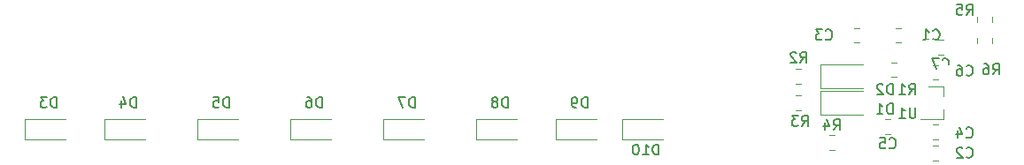
<source format=gbr>
G04 #@! TF.GenerationSoftware,KiCad,Pcbnew,(5.99.0-823-ga085f82be)*
G04 #@! TF.CreationDate,2020-04-11T14:47:26-07:00*
G04 #@! TF.ProjectId,USBtoTTL_Serial,55534274-6f54-4544-9c5f-53657269616c,n/c*
G04 #@! TF.SameCoordinates,Original*
G04 #@! TF.FileFunction,Legend,Bot*
G04 #@! TF.FilePolarity,Positive*
%FSLAX46Y46*%
G04 Gerber Fmt 4.6, Leading zero omitted, Abs format (unit mm)*
G04 Created by KiCad (PCBNEW (5.99.0-823-ga085f82be)) date 2020-04-11 14:47:26*
%MOMM*%
%LPD*%
G04 APERTURE LIST*
%ADD10C,0.120000*%
%ADD11C,0.150000*%
%ADD12C,1.740000*%
%ADD13R,0.900000X1.200000*%
%ADD14R,1.700000X1.700000*%
%ADD15C,1.700000*%
%ADD16C,3.500000*%
%ADD17R,0.900000X0.800000*%
%ADD18C,1.500000*%
%ADD19C,3.200000*%
G04 APERTURE END LIST*
D10*
X171375000Y-109348748D02*
X171375000Y-109871252D01*
X172795000Y-109348748D02*
X172795000Y-109871252D01*
X171375000Y-107298748D02*
X171375000Y-107821252D01*
X172795000Y-107298748D02*
X172795000Y-107821252D01*
X157741252Y-120090000D02*
X157218748Y-120090000D01*
X157741252Y-118670000D02*
X157218748Y-118670000D01*
X137450000Y-119110000D02*
X141350000Y-119110000D01*
X137450000Y-117110000D02*
X141350000Y-117110000D01*
X137450000Y-119110000D02*
X137450000Y-117110000D01*
X131100000Y-119110000D02*
X135000000Y-119110000D01*
X131100000Y-117110000D02*
X135000000Y-117110000D01*
X131100000Y-119110000D02*
X131100000Y-117110000D01*
X123480000Y-119110000D02*
X127380000Y-119110000D01*
X123480000Y-117110000D02*
X127380000Y-117110000D01*
X123480000Y-119110000D02*
X123480000Y-117110000D01*
X114590000Y-119110000D02*
X118490000Y-119110000D01*
X114590000Y-117110000D02*
X118490000Y-117110000D01*
X114590000Y-119110000D02*
X114590000Y-117110000D01*
X105700000Y-119110000D02*
X109600000Y-119110000D01*
X105700000Y-117110000D02*
X109600000Y-117110000D01*
X105700000Y-119110000D02*
X105700000Y-117110000D01*
X96810000Y-119110000D02*
X100710000Y-119110000D01*
X96810000Y-117110000D02*
X100710000Y-117110000D01*
X96810000Y-119110000D02*
X96810000Y-117110000D01*
X87920000Y-119110000D02*
X91820000Y-119110000D01*
X87920000Y-117110000D02*
X91820000Y-117110000D01*
X87920000Y-119110000D02*
X87920000Y-117110000D01*
X80300000Y-119110000D02*
X84200000Y-119110000D01*
X80300000Y-117110000D02*
X84200000Y-117110000D01*
X80300000Y-119110000D02*
X80300000Y-117110000D01*
X164091252Y-109803000D02*
X163568748Y-109803000D01*
X164091252Y-108383000D02*
X163568748Y-108383000D01*
X167647252Y-121106000D02*
X167124748Y-121106000D01*
X167647252Y-119686000D02*
X167124748Y-119686000D01*
X159631748Y-109803000D02*
X160154252Y-109803000D01*
X159631748Y-108383000D02*
X160154252Y-108383000D01*
X167647252Y-117654000D02*
X167124748Y-117654000D01*
X167647252Y-119074000D02*
X167124748Y-119074000D01*
X162552748Y-117146000D02*
X163075252Y-117146000D01*
X162552748Y-118566000D02*
X163075252Y-118566000D01*
X167124748Y-113359000D02*
X167647252Y-113359000D01*
X167124748Y-111939000D02*
X167647252Y-111939000D01*
X167632748Y-110946000D02*
X168155252Y-110946000D01*
X167632748Y-109526000D02*
X168155252Y-109526000D01*
X160477000Y-116705000D02*
X156417000Y-116705000D01*
X156417000Y-116705000D02*
X156417000Y-114435000D01*
X156417000Y-114435000D02*
X160477000Y-114435000D01*
X156417000Y-111895000D02*
X160477000Y-111895000D01*
X156417000Y-114165000D02*
X156417000Y-111895000D01*
X160477000Y-114165000D02*
X156417000Y-114165000D01*
X163710252Y-111685000D02*
X163187748Y-111685000D01*
X163710252Y-113105000D02*
X163187748Y-113105000D01*
X154566252Y-113740000D02*
X154043748Y-113740000D01*
X154566252Y-112320000D02*
X154043748Y-112320000D01*
X154566252Y-114860000D02*
X154043748Y-114860000D01*
X154566252Y-116280000D02*
X154043748Y-116280000D01*
X168146000Y-113990000D02*
X168146000Y-114920000D01*
X168146000Y-117150000D02*
X168146000Y-116220000D01*
X168146000Y-117150000D02*
X165986000Y-117150000D01*
X168146000Y-113990000D02*
X166686000Y-113990000D01*
D11*
X172886666Y-112847380D02*
X173220000Y-112371190D01*
X173458095Y-112847380D02*
X173458095Y-111847380D01*
X173077142Y-111847380D01*
X172981904Y-111895000D01*
X172934285Y-111942619D01*
X172886666Y-112037857D01*
X172886666Y-112180714D01*
X172934285Y-112275952D01*
X172981904Y-112323571D01*
X173077142Y-112371190D01*
X173458095Y-112371190D01*
X172029523Y-111847380D02*
X172220000Y-111847380D01*
X172315238Y-111895000D01*
X172362857Y-111942619D01*
X172458095Y-112085476D01*
X172505714Y-112275952D01*
X172505714Y-112656904D01*
X172458095Y-112752142D01*
X172410476Y-112799761D01*
X172315238Y-112847380D01*
X172124761Y-112847380D01*
X172029523Y-112799761D01*
X171981904Y-112752142D01*
X171934285Y-112656904D01*
X171934285Y-112418809D01*
X171981904Y-112323571D01*
X172029523Y-112275952D01*
X172124761Y-112228333D01*
X172315238Y-112228333D01*
X172410476Y-112275952D01*
X172458095Y-112323571D01*
X172505714Y-112418809D01*
X170346666Y-107132380D02*
X170680000Y-106656190D01*
X170918095Y-107132380D02*
X170918095Y-106132380D01*
X170537142Y-106132380D01*
X170441904Y-106180000D01*
X170394285Y-106227619D01*
X170346666Y-106322857D01*
X170346666Y-106465714D01*
X170394285Y-106560952D01*
X170441904Y-106608571D01*
X170537142Y-106656190D01*
X170918095Y-106656190D01*
X169441904Y-106132380D02*
X169918095Y-106132380D01*
X169965714Y-106608571D01*
X169918095Y-106560952D01*
X169822857Y-106513333D01*
X169584761Y-106513333D01*
X169489523Y-106560952D01*
X169441904Y-106608571D01*
X169394285Y-106703809D01*
X169394285Y-106941904D01*
X169441904Y-107037142D01*
X169489523Y-107084761D01*
X169584761Y-107132380D01*
X169822857Y-107132380D01*
X169918095Y-107084761D01*
X169965714Y-107037142D01*
X157646666Y-118182380D02*
X157980000Y-117706190D01*
X158218095Y-118182380D02*
X158218095Y-117182380D01*
X157837142Y-117182380D01*
X157741904Y-117230000D01*
X157694285Y-117277619D01*
X157646666Y-117372857D01*
X157646666Y-117515714D01*
X157694285Y-117610952D01*
X157741904Y-117658571D01*
X157837142Y-117706190D01*
X158218095Y-117706190D01*
X156789523Y-117515714D02*
X156789523Y-118182380D01*
X157027619Y-117134761D02*
X157265714Y-117849047D01*
X156646666Y-117849047D01*
X140914285Y-120562380D02*
X140914285Y-119562380D01*
X140676190Y-119562380D01*
X140533333Y-119610000D01*
X140438095Y-119705238D01*
X140390476Y-119800476D01*
X140342857Y-119990952D01*
X140342857Y-120133809D01*
X140390476Y-120324285D01*
X140438095Y-120419523D01*
X140533333Y-120514761D01*
X140676190Y-120562380D01*
X140914285Y-120562380D01*
X139390476Y-120562380D02*
X139961904Y-120562380D01*
X139676190Y-120562380D02*
X139676190Y-119562380D01*
X139771428Y-119705238D01*
X139866666Y-119800476D01*
X139961904Y-119848095D01*
X138771428Y-119562380D02*
X138676190Y-119562380D01*
X138580952Y-119610000D01*
X138533333Y-119657619D01*
X138485714Y-119752857D01*
X138438095Y-119943333D01*
X138438095Y-120181428D01*
X138485714Y-120371904D01*
X138533333Y-120467142D01*
X138580952Y-120514761D01*
X138676190Y-120562380D01*
X138771428Y-120562380D01*
X138866666Y-120514761D01*
X138914285Y-120467142D01*
X138961904Y-120371904D01*
X139009523Y-120181428D01*
X139009523Y-119943333D01*
X138961904Y-119752857D01*
X138914285Y-119657619D01*
X138866666Y-119610000D01*
X138771428Y-119562380D01*
X134088095Y-116022380D02*
X134088095Y-115022380D01*
X133850000Y-115022380D01*
X133707142Y-115070000D01*
X133611904Y-115165238D01*
X133564285Y-115260476D01*
X133516666Y-115450952D01*
X133516666Y-115593809D01*
X133564285Y-115784285D01*
X133611904Y-115879523D01*
X133707142Y-115974761D01*
X133850000Y-116022380D01*
X134088095Y-116022380D01*
X133040476Y-116022380D02*
X132850000Y-116022380D01*
X132754761Y-115974761D01*
X132707142Y-115927142D01*
X132611904Y-115784285D01*
X132564285Y-115593809D01*
X132564285Y-115212857D01*
X132611904Y-115117619D01*
X132659523Y-115070000D01*
X132754761Y-115022380D01*
X132945238Y-115022380D01*
X133040476Y-115070000D01*
X133088095Y-115117619D01*
X133135714Y-115212857D01*
X133135714Y-115450952D01*
X133088095Y-115546190D01*
X133040476Y-115593809D01*
X132945238Y-115641428D01*
X132754761Y-115641428D01*
X132659523Y-115593809D01*
X132611904Y-115546190D01*
X132564285Y-115450952D01*
X126468095Y-116022380D02*
X126468095Y-115022380D01*
X126230000Y-115022380D01*
X126087142Y-115070000D01*
X125991904Y-115165238D01*
X125944285Y-115260476D01*
X125896666Y-115450952D01*
X125896666Y-115593809D01*
X125944285Y-115784285D01*
X125991904Y-115879523D01*
X126087142Y-115974761D01*
X126230000Y-116022380D01*
X126468095Y-116022380D01*
X125325238Y-115450952D02*
X125420476Y-115403333D01*
X125468095Y-115355714D01*
X125515714Y-115260476D01*
X125515714Y-115212857D01*
X125468095Y-115117619D01*
X125420476Y-115070000D01*
X125325238Y-115022380D01*
X125134761Y-115022380D01*
X125039523Y-115070000D01*
X124991904Y-115117619D01*
X124944285Y-115212857D01*
X124944285Y-115260476D01*
X124991904Y-115355714D01*
X125039523Y-115403333D01*
X125134761Y-115450952D01*
X125325238Y-115450952D01*
X125420476Y-115498571D01*
X125468095Y-115546190D01*
X125515714Y-115641428D01*
X125515714Y-115831904D01*
X125468095Y-115927142D01*
X125420476Y-115974761D01*
X125325238Y-116022380D01*
X125134761Y-116022380D01*
X125039523Y-115974761D01*
X124991904Y-115927142D01*
X124944285Y-115831904D01*
X124944285Y-115641428D01*
X124991904Y-115546190D01*
X125039523Y-115498571D01*
X125134761Y-115450952D01*
X117578095Y-116022380D02*
X117578095Y-115022380D01*
X117340000Y-115022380D01*
X117197142Y-115070000D01*
X117101904Y-115165238D01*
X117054285Y-115260476D01*
X117006666Y-115450952D01*
X117006666Y-115593809D01*
X117054285Y-115784285D01*
X117101904Y-115879523D01*
X117197142Y-115974761D01*
X117340000Y-116022380D01*
X117578095Y-116022380D01*
X116673333Y-115022380D02*
X116006666Y-115022380D01*
X116435238Y-116022380D01*
X108688095Y-116022380D02*
X108688095Y-115022380D01*
X108450000Y-115022380D01*
X108307142Y-115070000D01*
X108211904Y-115165238D01*
X108164285Y-115260476D01*
X108116666Y-115450952D01*
X108116666Y-115593809D01*
X108164285Y-115784285D01*
X108211904Y-115879523D01*
X108307142Y-115974761D01*
X108450000Y-116022380D01*
X108688095Y-116022380D01*
X107259523Y-115022380D02*
X107450000Y-115022380D01*
X107545238Y-115070000D01*
X107592857Y-115117619D01*
X107688095Y-115260476D01*
X107735714Y-115450952D01*
X107735714Y-115831904D01*
X107688095Y-115927142D01*
X107640476Y-115974761D01*
X107545238Y-116022380D01*
X107354761Y-116022380D01*
X107259523Y-115974761D01*
X107211904Y-115927142D01*
X107164285Y-115831904D01*
X107164285Y-115593809D01*
X107211904Y-115498571D01*
X107259523Y-115450952D01*
X107354761Y-115403333D01*
X107545238Y-115403333D01*
X107640476Y-115450952D01*
X107688095Y-115498571D01*
X107735714Y-115593809D01*
X99798095Y-116022380D02*
X99798095Y-115022380D01*
X99560000Y-115022380D01*
X99417142Y-115070000D01*
X99321904Y-115165238D01*
X99274285Y-115260476D01*
X99226666Y-115450952D01*
X99226666Y-115593809D01*
X99274285Y-115784285D01*
X99321904Y-115879523D01*
X99417142Y-115974761D01*
X99560000Y-116022380D01*
X99798095Y-116022380D01*
X98321904Y-115022380D02*
X98798095Y-115022380D01*
X98845714Y-115498571D01*
X98798095Y-115450952D01*
X98702857Y-115403333D01*
X98464761Y-115403333D01*
X98369523Y-115450952D01*
X98321904Y-115498571D01*
X98274285Y-115593809D01*
X98274285Y-115831904D01*
X98321904Y-115927142D01*
X98369523Y-115974761D01*
X98464761Y-116022380D01*
X98702857Y-116022380D01*
X98798095Y-115974761D01*
X98845714Y-115927142D01*
X90908095Y-116022380D02*
X90908095Y-115022380D01*
X90670000Y-115022380D01*
X90527142Y-115070000D01*
X90431904Y-115165238D01*
X90384285Y-115260476D01*
X90336666Y-115450952D01*
X90336666Y-115593809D01*
X90384285Y-115784285D01*
X90431904Y-115879523D01*
X90527142Y-115974761D01*
X90670000Y-116022380D01*
X90908095Y-116022380D01*
X89479523Y-115355714D02*
X89479523Y-116022380D01*
X89717619Y-114974761D02*
X89955714Y-115689047D01*
X89336666Y-115689047D01*
X83288095Y-116022380D02*
X83288095Y-115022380D01*
X83050000Y-115022380D01*
X82907142Y-115070000D01*
X82811904Y-115165238D01*
X82764285Y-115260476D01*
X82716666Y-115450952D01*
X82716666Y-115593809D01*
X82764285Y-115784285D01*
X82811904Y-115879523D01*
X82907142Y-115974761D01*
X83050000Y-116022380D01*
X83288095Y-116022380D01*
X82383333Y-115022380D02*
X81764285Y-115022380D01*
X82097619Y-115403333D01*
X81954761Y-115403333D01*
X81859523Y-115450952D01*
X81811904Y-115498571D01*
X81764285Y-115593809D01*
X81764285Y-115831904D01*
X81811904Y-115927142D01*
X81859523Y-115974761D01*
X81954761Y-116022380D01*
X82240476Y-116022380D01*
X82335714Y-115974761D01*
X82383333Y-115927142D01*
X167171666Y-109450142D02*
X167219285Y-109497761D01*
X167362142Y-109545380D01*
X167457380Y-109545380D01*
X167600238Y-109497761D01*
X167695476Y-109402523D01*
X167743095Y-109307285D01*
X167790714Y-109116809D01*
X167790714Y-108973952D01*
X167743095Y-108783476D01*
X167695476Y-108688238D01*
X167600238Y-108593000D01*
X167457380Y-108545380D01*
X167362142Y-108545380D01*
X167219285Y-108593000D01*
X167171666Y-108640619D01*
X166219285Y-109545380D02*
X166790714Y-109545380D01*
X166505000Y-109545380D02*
X166505000Y-108545380D01*
X166600238Y-108688238D01*
X166695476Y-108783476D01*
X166790714Y-108831095D01*
X170346666Y-120753142D02*
X170394285Y-120800761D01*
X170537142Y-120848380D01*
X170632380Y-120848380D01*
X170775238Y-120800761D01*
X170870476Y-120705523D01*
X170918095Y-120610285D01*
X170965714Y-120419809D01*
X170965714Y-120276952D01*
X170918095Y-120086476D01*
X170870476Y-119991238D01*
X170775238Y-119896000D01*
X170632380Y-119848380D01*
X170537142Y-119848380D01*
X170394285Y-119896000D01*
X170346666Y-119943619D01*
X169965714Y-119943619D02*
X169918095Y-119896000D01*
X169822857Y-119848380D01*
X169584761Y-119848380D01*
X169489523Y-119896000D01*
X169441904Y-119943619D01*
X169394285Y-120038857D01*
X169394285Y-120134095D01*
X169441904Y-120276952D01*
X170013333Y-120848380D01*
X169394285Y-120848380D01*
X156884666Y-109450142D02*
X156932285Y-109497761D01*
X157075142Y-109545380D01*
X157170380Y-109545380D01*
X157313238Y-109497761D01*
X157408476Y-109402523D01*
X157456095Y-109307285D01*
X157503714Y-109116809D01*
X157503714Y-108973952D01*
X157456095Y-108783476D01*
X157408476Y-108688238D01*
X157313238Y-108593000D01*
X157170380Y-108545380D01*
X157075142Y-108545380D01*
X156932285Y-108593000D01*
X156884666Y-108640619D01*
X156551333Y-108545380D02*
X155932285Y-108545380D01*
X156265619Y-108926333D01*
X156122761Y-108926333D01*
X156027523Y-108973952D01*
X155979904Y-109021571D01*
X155932285Y-109116809D01*
X155932285Y-109354904D01*
X155979904Y-109450142D01*
X156027523Y-109497761D01*
X156122761Y-109545380D01*
X156408476Y-109545380D01*
X156503714Y-109497761D01*
X156551333Y-109450142D01*
X170346666Y-118848142D02*
X170394285Y-118895761D01*
X170537142Y-118943380D01*
X170632380Y-118943380D01*
X170775238Y-118895761D01*
X170870476Y-118800523D01*
X170918095Y-118705285D01*
X170965714Y-118514809D01*
X170965714Y-118371952D01*
X170918095Y-118181476D01*
X170870476Y-118086238D01*
X170775238Y-117991000D01*
X170632380Y-117943380D01*
X170537142Y-117943380D01*
X170394285Y-117991000D01*
X170346666Y-118038619D01*
X169489523Y-118276714D02*
X169489523Y-118943380D01*
X169727619Y-117895761D02*
X169965714Y-118610047D01*
X169346666Y-118610047D01*
X162980666Y-119863142D02*
X163028285Y-119910761D01*
X163171142Y-119958380D01*
X163266380Y-119958380D01*
X163409238Y-119910761D01*
X163504476Y-119815523D01*
X163552095Y-119720285D01*
X163599714Y-119529809D01*
X163599714Y-119386952D01*
X163552095Y-119196476D01*
X163504476Y-119101238D01*
X163409238Y-119006000D01*
X163266380Y-118958380D01*
X163171142Y-118958380D01*
X163028285Y-119006000D01*
X162980666Y-119053619D01*
X162075904Y-118958380D02*
X162552095Y-118958380D01*
X162599714Y-119434571D01*
X162552095Y-119386952D01*
X162456857Y-119339333D01*
X162218761Y-119339333D01*
X162123523Y-119386952D01*
X162075904Y-119434571D01*
X162028285Y-119529809D01*
X162028285Y-119767904D01*
X162075904Y-119863142D01*
X162123523Y-119910761D01*
X162218761Y-119958380D01*
X162456857Y-119958380D01*
X162552095Y-119910761D01*
X162599714Y-119863142D01*
X170346666Y-112879142D02*
X170394285Y-112926761D01*
X170537142Y-112974380D01*
X170632380Y-112974380D01*
X170775238Y-112926761D01*
X170870476Y-112831523D01*
X170918095Y-112736285D01*
X170965714Y-112545809D01*
X170965714Y-112402952D01*
X170918095Y-112212476D01*
X170870476Y-112117238D01*
X170775238Y-112022000D01*
X170632380Y-111974380D01*
X170537142Y-111974380D01*
X170394285Y-112022000D01*
X170346666Y-112069619D01*
X169489523Y-111974380D02*
X169680000Y-111974380D01*
X169775238Y-112022000D01*
X169822857Y-112069619D01*
X169918095Y-112212476D01*
X169965714Y-112402952D01*
X169965714Y-112783904D01*
X169918095Y-112879142D01*
X169870476Y-112926761D01*
X169775238Y-112974380D01*
X169584761Y-112974380D01*
X169489523Y-112926761D01*
X169441904Y-112879142D01*
X169394285Y-112783904D01*
X169394285Y-112545809D01*
X169441904Y-112450571D01*
X169489523Y-112402952D01*
X169584761Y-112355333D01*
X169775238Y-112355333D01*
X169870476Y-112402952D01*
X169918095Y-112450571D01*
X169965714Y-112545809D01*
X168060666Y-112243142D02*
X168108285Y-112290761D01*
X168251142Y-112338380D01*
X168346380Y-112338380D01*
X168489238Y-112290761D01*
X168584476Y-112195523D01*
X168632095Y-112100285D01*
X168679714Y-111909809D01*
X168679714Y-111766952D01*
X168632095Y-111576476D01*
X168584476Y-111481238D01*
X168489238Y-111386000D01*
X168346380Y-111338380D01*
X168251142Y-111338380D01*
X168108285Y-111386000D01*
X168060666Y-111433619D01*
X167727333Y-111338380D02*
X167060666Y-111338380D01*
X167489238Y-112338380D01*
X163298095Y-116657380D02*
X163298095Y-115657380D01*
X163060000Y-115657380D01*
X162917142Y-115705000D01*
X162821904Y-115800238D01*
X162774285Y-115895476D01*
X162726666Y-116085952D01*
X162726666Y-116228809D01*
X162774285Y-116419285D01*
X162821904Y-116514523D01*
X162917142Y-116609761D01*
X163060000Y-116657380D01*
X163298095Y-116657380D01*
X161774285Y-116657380D02*
X162345714Y-116657380D01*
X162060000Y-116657380D02*
X162060000Y-115657380D01*
X162155238Y-115800238D01*
X162250476Y-115895476D01*
X162345714Y-115943095D01*
X163298095Y-114752380D02*
X163298095Y-113752380D01*
X163060000Y-113752380D01*
X162917142Y-113800000D01*
X162821904Y-113895238D01*
X162774285Y-113990476D01*
X162726666Y-114180952D01*
X162726666Y-114323809D01*
X162774285Y-114514285D01*
X162821904Y-114609523D01*
X162917142Y-114704761D01*
X163060000Y-114752380D01*
X163298095Y-114752380D01*
X162345714Y-113847619D02*
X162298095Y-113800000D01*
X162202857Y-113752380D01*
X161964761Y-113752380D01*
X161869523Y-113800000D01*
X161821904Y-113847619D01*
X161774285Y-113942857D01*
X161774285Y-114038095D01*
X161821904Y-114180952D01*
X162393333Y-114752380D01*
X161774285Y-114752380D01*
X164885666Y-114752380D02*
X165219000Y-114276190D01*
X165457095Y-114752380D02*
X165457095Y-113752380D01*
X165076142Y-113752380D01*
X164980904Y-113800000D01*
X164933285Y-113847619D01*
X164885666Y-113942857D01*
X164885666Y-114085714D01*
X164933285Y-114180952D01*
X164980904Y-114228571D01*
X165076142Y-114276190D01*
X165457095Y-114276190D01*
X163933285Y-114752380D02*
X164504714Y-114752380D01*
X164219000Y-114752380D02*
X164219000Y-113752380D01*
X164314238Y-113895238D01*
X164409476Y-113990476D01*
X164504714Y-114038095D01*
X154471666Y-111704380D02*
X154805000Y-111228190D01*
X155043095Y-111704380D02*
X155043095Y-110704380D01*
X154662142Y-110704380D01*
X154566904Y-110752000D01*
X154519285Y-110799619D01*
X154471666Y-110894857D01*
X154471666Y-111037714D01*
X154519285Y-111132952D01*
X154566904Y-111180571D01*
X154662142Y-111228190D01*
X155043095Y-111228190D01*
X154090714Y-110799619D02*
X154043095Y-110752000D01*
X153947857Y-110704380D01*
X153709761Y-110704380D01*
X153614523Y-110752000D01*
X153566904Y-110799619D01*
X153519285Y-110894857D01*
X153519285Y-110990095D01*
X153566904Y-111132952D01*
X154138333Y-111704380D01*
X153519285Y-111704380D01*
X154598666Y-117800380D02*
X154932000Y-117324190D01*
X155170095Y-117800380D02*
X155170095Y-116800380D01*
X154789142Y-116800380D01*
X154693904Y-116848000D01*
X154646285Y-116895619D01*
X154598666Y-116990857D01*
X154598666Y-117133714D01*
X154646285Y-117228952D01*
X154693904Y-117276571D01*
X154789142Y-117324190D01*
X155170095Y-117324190D01*
X154265333Y-116800380D02*
X153646285Y-116800380D01*
X153979619Y-117181333D01*
X153836761Y-117181333D01*
X153741523Y-117228952D01*
X153693904Y-117276571D01*
X153646285Y-117371809D01*
X153646285Y-117609904D01*
X153693904Y-117705142D01*
X153741523Y-117752761D01*
X153836761Y-117800380D01*
X154122476Y-117800380D01*
X154217714Y-117752761D01*
X154265333Y-117705142D01*
X165480904Y-116038380D02*
X165480904Y-116847904D01*
X165433285Y-116943142D01*
X165385666Y-116990761D01*
X165290428Y-117038380D01*
X165099952Y-117038380D01*
X165004714Y-116990761D01*
X164957095Y-116943142D01*
X164909476Y-116847904D01*
X164909476Y-116038380D01*
X163909476Y-117038380D02*
X164480904Y-117038380D01*
X164195190Y-117038380D02*
X164195190Y-116038380D01*
X164290428Y-116181238D01*
X164385666Y-116276476D01*
X164480904Y-116324095D01*
%LPC*%
G36*
X172630671Y-110079030D02*
G01*
X172711777Y-110133223D01*
X172765970Y-110214329D01*
X172785000Y-110309999D01*
X172785000Y-110960001D01*
X172765970Y-111055671D01*
X172711777Y-111136777D01*
X172630671Y-111190970D01*
X172535001Y-111210000D01*
X171634999Y-111210000D01*
X171539329Y-111190970D01*
X171458223Y-111136777D01*
X171404030Y-111055671D01*
X171385000Y-110960001D01*
X171385000Y-110309999D01*
X171404030Y-110214329D01*
X171458223Y-110133223D01*
X171539329Y-110079030D01*
X171634999Y-110060000D01*
X172535001Y-110060000D01*
X172630671Y-110079030D01*
G37*
G36*
X172630671Y-108029030D02*
G01*
X172711777Y-108083223D01*
X172765970Y-108164329D01*
X172785000Y-108259999D01*
X172785000Y-108910001D01*
X172765970Y-109005671D01*
X172711777Y-109086777D01*
X172630671Y-109140970D01*
X172535001Y-109160000D01*
X171634999Y-109160000D01*
X171539329Y-109140970D01*
X171458223Y-109086777D01*
X171404030Y-109005671D01*
X171385000Y-108910001D01*
X171385000Y-108259999D01*
X171404030Y-108164329D01*
X171458223Y-108083223D01*
X171539329Y-108029030D01*
X171634999Y-108010000D01*
X172535001Y-108010000D01*
X172630671Y-108029030D01*
G37*
G36*
X172630671Y-108029030D02*
G01*
X172711777Y-108083223D01*
X172765970Y-108164329D01*
X172785000Y-108259999D01*
X172785000Y-108910001D01*
X172765970Y-109005671D01*
X172711777Y-109086777D01*
X172630671Y-109140970D01*
X172535001Y-109160000D01*
X171634999Y-109160000D01*
X171539329Y-109140970D01*
X171458223Y-109086777D01*
X171404030Y-109005671D01*
X171385000Y-108910001D01*
X171385000Y-108259999D01*
X171404030Y-108164329D01*
X171458223Y-108083223D01*
X171539329Y-108029030D01*
X171634999Y-108010000D01*
X172535001Y-108010000D01*
X172630671Y-108029030D01*
G37*
G36*
X172630671Y-105979030D02*
G01*
X172711777Y-106033223D01*
X172765970Y-106114329D01*
X172785000Y-106209999D01*
X172785000Y-106860001D01*
X172765970Y-106955671D01*
X172711777Y-107036777D01*
X172630671Y-107090970D01*
X172535001Y-107110000D01*
X171634999Y-107110000D01*
X171539329Y-107090970D01*
X171458223Y-107036777D01*
X171404030Y-106955671D01*
X171385000Y-106860001D01*
X171385000Y-106209999D01*
X171404030Y-106114329D01*
X171458223Y-106033223D01*
X171539329Y-105979030D01*
X171634999Y-105960000D01*
X172535001Y-105960000D01*
X172630671Y-105979030D01*
G37*
G36*
X156875671Y-118699030D02*
G01*
X156956777Y-118753223D01*
X157010970Y-118834329D01*
X157030000Y-118929999D01*
X157030000Y-119830001D01*
X157010970Y-119925671D01*
X156956777Y-120006777D01*
X156875671Y-120060970D01*
X156780001Y-120080000D01*
X156129999Y-120080000D01*
X156034329Y-120060970D01*
X155953223Y-120006777D01*
X155899030Y-119925671D01*
X155880000Y-119830001D01*
X155880000Y-118929999D01*
X155899030Y-118834329D01*
X155953223Y-118753223D01*
X156034329Y-118699030D01*
X156129999Y-118680000D01*
X156780001Y-118680000D01*
X156875671Y-118699030D01*
G37*
G36*
X158925671Y-118699030D02*
G01*
X159006777Y-118753223D01*
X159060970Y-118834329D01*
X159080000Y-118929999D01*
X159080000Y-119830001D01*
X159060970Y-119925671D01*
X159006777Y-120006777D01*
X158925671Y-120060970D01*
X158830001Y-120080000D01*
X158179999Y-120080000D01*
X158084329Y-120060970D01*
X158003223Y-120006777D01*
X157949030Y-119925671D01*
X157930000Y-119830001D01*
X157930000Y-118929999D01*
X157949030Y-118834329D01*
X158003223Y-118753223D01*
X158084329Y-118699030D01*
X158179999Y-118680000D01*
X158830001Y-118680000D01*
X158925671Y-118699030D01*
G37*
D12*
X139700000Y-115570000D03*
X139700000Y-113030000D03*
X139700000Y-110490000D03*
G36*
X140415671Y-107099030D02*
G01*
X140496777Y-107153223D01*
X140550970Y-107234329D01*
X140570000Y-107329999D01*
X140570000Y-108570001D01*
X140550970Y-108665671D01*
X140496777Y-108746777D01*
X140415671Y-108800970D01*
X140320001Y-108820000D01*
X139079999Y-108820000D01*
X138984329Y-108800970D01*
X138903223Y-108746777D01*
X138849030Y-108665671D01*
X138830000Y-108570001D01*
X138830000Y-107329999D01*
X138849030Y-107234329D01*
X138903223Y-107153223D01*
X138984329Y-107099030D01*
X139079999Y-107080000D01*
X140320001Y-107080000D01*
X140415671Y-107099030D01*
G37*
X130810000Y-115570000D03*
X130810000Y-113030000D03*
X130810000Y-110490000D03*
G36*
X131525671Y-107099030D02*
G01*
X131606777Y-107153223D01*
X131660970Y-107234329D01*
X131680000Y-107329999D01*
X131680000Y-108570001D01*
X131660970Y-108665671D01*
X131606777Y-108746777D01*
X131525671Y-108800970D01*
X131430001Y-108820000D01*
X130189999Y-108820000D01*
X130094329Y-108800970D01*
X130013223Y-108746777D01*
X129959030Y-108665671D01*
X129940000Y-108570001D01*
X129940000Y-107329999D01*
X129959030Y-107234329D01*
X130013223Y-107153223D01*
X130094329Y-107099030D01*
X130189999Y-107080000D01*
X131430001Y-107080000D01*
X131525671Y-107099030D01*
G37*
X121920000Y-115570000D03*
X121920000Y-113030000D03*
X121920000Y-110490000D03*
G36*
X122635671Y-107099030D02*
G01*
X122716777Y-107153223D01*
X122770970Y-107234329D01*
X122790000Y-107329999D01*
X122790000Y-108570001D01*
X122770970Y-108665671D01*
X122716777Y-108746777D01*
X122635671Y-108800970D01*
X122540001Y-108820000D01*
X121299999Y-108820000D01*
X121204329Y-108800970D01*
X121123223Y-108746777D01*
X121069030Y-108665671D01*
X121050000Y-108570001D01*
X121050000Y-107329999D01*
X121069030Y-107234329D01*
X121123223Y-107153223D01*
X121204329Y-107099030D01*
X121299999Y-107080000D01*
X122540001Y-107080000D01*
X122635671Y-107099030D01*
G37*
X113030000Y-115570000D03*
X113030000Y-113030000D03*
X113030000Y-110490000D03*
G36*
X113745671Y-107099030D02*
G01*
X113826777Y-107153223D01*
X113880970Y-107234329D01*
X113900000Y-107329999D01*
X113900000Y-108570001D01*
X113880970Y-108665671D01*
X113826777Y-108746777D01*
X113745671Y-108800970D01*
X113650001Y-108820000D01*
X112409999Y-108820000D01*
X112314329Y-108800970D01*
X112233223Y-108746777D01*
X112179030Y-108665671D01*
X112160000Y-108570001D01*
X112160000Y-107329999D01*
X112179030Y-107234329D01*
X112233223Y-107153223D01*
X112314329Y-107099030D01*
X112409999Y-107080000D01*
X113650001Y-107080000D01*
X113745671Y-107099030D01*
G37*
X104140000Y-115570000D03*
X104140000Y-113030000D03*
X104140000Y-110490000D03*
G36*
X104855671Y-107099030D02*
G01*
X104936777Y-107153223D01*
X104990970Y-107234329D01*
X105010000Y-107329999D01*
X105010000Y-108570001D01*
X104990970Y-108665671D01*
X104936777Y-108746777D01*
X104855671Y-108800970D01*
X104760001Y-108820000D01*
X103519999Y-108820000D01*
X103424329Y-108800970D01*
X103343223Y-108746777D01*
X103289030Y-108665671D01*
X103270000Y-108570001D01*
X103270000Y-107329999D01*
X103289030Y-107234329D01*
X103343223Y-107153223D01*
X103424329Y-107099030D01*
X103519999Y-107080000D01*
X104760001Y-107080000D01*
X104855671Y-107099030D01*
G37*
X95250000Y-115570000D03*
X95250000Y-113030000D03*
X95250000Y-110490000D03*
G36*
X95965671Y-107099030D02*
G01*
X96046777Y-107153223D01*
X96100970Y-107234329D01*
X96120000Y-107329999D01*
X96120000Y-108570001D01*
X96100970Y-108665671D01*
X96046777Y-108746777D01*
X95965671Y-108800970D01*
X95870001Y-108820000D01*
X94629999Y-108820000D01*
X94534329Y-108800970D01*
X94453223Y-108746777D01*
X94399030Y-108665671D01*
X94380000Y-108570001D01*
X94380000Y-107329999D01*
X94399030Y-107234329D01*
X94453223Y-107153223D01*
X94534329Y-107099030D01*
X94629999Y-107080000D01*
X95870001Y-107080000D01*
X95965671Y-107099030D01*
G37*
X86360000Y-115570000D03*
X86360000Y-113030000D03*
X86360000Y-110490000D03*
G36*
X87075671Y-107099030D02*
G01*
X87156777Y-107153223D01*
X87210970Y-107234329D01*
X87230000Y-107329999D01*
X87230000Y-108570001D01*
X87210970Y-108665671D01*
X87156777Y-108746777D01*
X87075671Y-108800970D01*
X86980001Y-108820000D01*
X85739999Y-108820000D01*
X85644329Y-108800970D01*
X85563223Y-108746777D01*
X85509030Y-108665671D01*
X85490000Y-108570001D01*
X85490000Y-107329999D01*
X85509030Y-107234329D01*
X85563223Y-107153223D01*
X85644329Y-107099030D01*
X85739999Y-107080000D01*
X86980001Y-107080000D01*
X87075671Y-107099030D01*
G37*
X77470000Y-115570000D03*
X77470000Y-113030000D03*
X77470000Y-110490000D03*
G36*
X78185671Y-107099030D02*
G01*
X78266777Y-107153223D01*
X78320970Y-107234329D01*
X78340000Y-107329999D01*
X78340000Y-108570001D01*
X78320970Y-108665671D01*
X78266777Y-108746777D01*
X78185671Y-108800970D01*
X78090001Y-108820000D01*
X76849999Y-108820000D01*
X76754329Y-108800970D01*
X76673223Y-108746777D01*
X76619030Y-108665671D01*
X76600000Y-108570001D01*
X76600000Y-107329999D01*
X76619030Y-107234329D01*
X76673223Y-107153223D01*
X76754329Y-107099030D01*
X76849999Y-107080000D01*
X78090001Y-107080000D01*
X78185671Y-107099030D01*
G37*
X148590000Y-110490000D03*
G36*
X149305671Y-107099030D02*
G01*
X149386777Y-107153223D01*
X149440970Y-107234329D01*
X149460000Y-107329999D01*
X149460000Y-108570001D01*
X149440970Y-108665671D01*
X149386777Y-108746777D01*
X149305671Y-108800970D01*
X149210001Y-108820000D01*
X147969999Y-108820000D01*
X147874329Y-108800970D01*
X147793223Y-108746777D01*
X147739030Y-108665671D01*
X147720000Y-108570001D01*
X147720000Y-107329999D01*
X147739030Y-107234329D01*
X147793223Y-107153223D01*
X147874329Y-107099030D01*
X147969999Y-107080000D01*
X149210001Y-107080000D01*
X149305671Y-107099030D01*
G37*
D13*
X141350000Y-118110000D03*
X138050000Y-118110000D03*
X135000000Y-118110000D03*
X131700000Y-118110000D03*
X127380000Y-118110000D03*
X124080000Y-118110000D03*
X118490000Y-118110000D03*
X115190000Y-118110000D03*
X109600000Y-118110000D03*
X106300000Y-118110000D03*
X100710000Y-118110000D03*
X97410000Y-118110000D03*
X91820000Y-118110000D03*
X88520000Y-118110000D03*
X84200000Y-118110000D03*
X80900000Y-118110000D03*
G36*
X163225671Y-108412030D02*
G01*
X163306777Y-108466223D01*
X163360970Y-108547329D01*
X163380000Y-108642999D01*
X163380000Y-109543001D01*
X163360970Y-109638671D01*
X163306777Y-109719777D01*
X163225671Y-109773970D01*
X163130001Y-109793000D01*
X162479999Y-109793000D01*
X162384329Y-109773970D01*
X162303223Y-109719777D01*
X162249030Y-109638671D01*
X162230000Y-109543001D01*
X162230000Y-108642999D01*
X162249030Y-108547329D01*
X162303223Y-108466223D01*
X162384329Y-108412030D01*
X162479999Y-108393000D01*
X163130001Y-108393000D01*
X163225671Y-108412030D01*
G37*
G36*
X165275671Y-108412030D02*
G01*
X165356777Y-108466223D01*
X165410970Y-108547329D01*
X165430000Y-108642999D01*
X165430000Y-109543001D01*
X165410970Y-109638671D01*
X165356777Y-109719777D01*
X165275671Y-109773970D01*
X165180001Y-109793000D01*
X164529999Y-109793000D01*
X164434329Y-109773970D01*
X164353223Y-109719777D01*
X164299030Y-109638671D01*
X164280000Y-109543001D01*
X164280000Y-108642999D01*
X164299030Y-108547329D01*
X164353223Y-108466223D01*
X164434329Y-108412030D01*
X164529999Y-108393000D01*
X165180001Y-108393000D01*
X165275671Y-108412030D01*
G37*
G36*
X166781671Y-119715030D02*
G01*
X166862777Y-119769223D01*
X166916970Y-119850329D01*
X166936000Y-119945999D01*
X166936000Y-120846001D01*
X166916970Y-120941671D01*
X166862777Y-121022777D01*
X166781671Y-121076970D01*
X166686001Y-121096000D01*
X166035999Y-121096000D01*
X165940329Y-121076970D01*
X165859223Y-121022777D01*
X165805030Y-120941671D01*
X165786000Y-120846001D01*
X165786000Y-119945999D01*
X165805030Y-119850329D01*
X165859223Y-119769223D01*
X165940329Y-119715030D01*
X166035999Y-119696000D01*
X166686001Y-119696000D01*
X166781671Y-119715030D01*
G37*
G36*
X168831671Y-119715030D02*
G01*
X168912777Y-119769223D01*
X168966970Y-119850329D01*
X168986000Y-119945999D01*
X168986000Y-120846001D01*
X168966970Y-120941671D01*
X168912777Y-121022777D01*
X168831671Y-121076970D01*
X168736001Y-121096000D01*
X168085999Y-121096000D01*
X167990329Y-121076970D01*
X167909223Y-121022777D01*
X167855030Y-120941671D01*
X167836000Y-120846001D01*
X167836000Y-119945999D01*
X167855030Y-119850329D01*
X167909223Y-119769223D01*
X167990329Y-119715030D01*
X168085999Y-119696000D01*
X168736001Y-119696000D01*
X168831671Y-119715030D01*
G37*
G36*
X159288671Y-108412030D02*
G01*
X159369777Y-108466223D01*
X159423970Y-108547329D01*
X159443000Y-108642999D01*
X159443000Y-109543001D01*
X159423970Y-109638671D01*
X159369777Y-109719777D01*
X159288671Y-109773970D01*
X159193001Y-109793000D01*
X158542999Y-109793000D01*
X158447329Y-109773970D01*
X158366223Y-109719777D01*
X158312030Y-109638671D01*
X158293000Y-109543001D01*
X158293000Y-108642999D01*
X158312030Y-108547329D01*
X158366223Y-108466223D01*
X158447329Y-108412030D01*
X158542999Y-108393000D01*
X159193001Y-108393000D01*
X159288671Y-108412030D01*
G37*
G36*
X161338671Y-108412030D02*
G01*
X161419777Y-108466223D01*
X161473970Y-108547329D01*
X161493000Y-108642999D01*
X161493000Y-109543001D01*
X161473970Y-109638671D01*
X161419777Y-109719777D01*
X161338671Y-109773970D01*
X161243001Y-109793000D01*
X160592999Y-109793000D01*
X160497329Y-109773970D01*
X160416223Y-109719777D01*
X160362030Y-109638671D01*
X160343000Y-109543001D01*
X160343000Y-108642999D01*
X160362030Y-108547329D01*
X160416223Y-108466223D01*
X160497329Y-108412030D01*
X160592999Y-108393000D01*
X161243001Y-108393000D01*
X161338671Y-108412030D01*
G37*
G36*
X168831671Y-117683030D02*
G01*
X168912777Y-117737223D01*
X168966970Y-117818329D01*
X168986000Y-117913999D01*
X168986000Y-118814001D01*
X168966970Y-118909671D01*
X168912777Y-118990777D01*
X168831671Y-119044970D01*
X168736001Y-119064000D01*
X168085999Y-119064000D01*
X167990329Y-119044970D01*
X167909223Y-118990777D01*
X167855030Y-118909671D01*
X167836000Y-118814001D01*
X167836000Y-117913999D01*
X167855030Y-117818329D01*
X167909223Y-117737223D01*
X167990329Y-117683030D01*
X168085999Y-117664000D01*
X168736001Y-117664000D01*
X168831671Y-117683030D01*
G37*
G36*
X166781671Y-117683030D02*
G01*
X166862777Y-117737223D01*
X166916970Y-117818329D01*
X166936000Y-117913999D01*
X166936000Y-118814001D01*
X166916970Y-118909671D01*
X166862777Y-118990777D01*
X166781671Y-119044970D01*
X166686001Y-119064000D01*
X166035999Y-119064000D01*
X165940329Y-119044970D01*
X165859223Y-118990777D01*
X165805030Y-118909671D01*
X165786000Y-118814001D01*
X165786000Y-117913999D01*
X165805030Y-117818329D01*
X165859223Y-117737223D01*
X165940329Y-117683030D01*
X166035999Y-117664000D01*
X166686001Y-117664000D01*
X166781671Y-117683030D01*
G37*
G36*
X164259671Y-117175030D02*
G01*
X164340777Y-117229223D01*
X164394970Y-117310329D01*
X164414000Y-117405999D01*
X164414000Y-118306001D01*
X164394970Y-118401671D01*
X164340777Y-118482777D01*
X164259671Y-118536970D01*
X164164001Y-118556000D01*
X163513999Y-118556000D01*
X163418329Y-118536970D01*
X163337223Y-118482777D01*
X163283030Y-118401671D01*
X163264000Y-118306001D01*
X163264000Y-117405999D01*
X163283030Y-117310329D01*
X163337223Y-117229223D01*
X163418329Y-117175030D01*
X163513999Y-117156000D01*
X164164001Y-117156000D01*
X164259671Y-117175030D01*
G37*
G36*
X162209671Y-117175030D02*
G01*
X162290777Y-117229223D01*
X162344970Y-117310329D01*
X162364000Y-117405999D01*
X162364000Y-118306001D01*
X162344970Y-118401671D01*
X162290777Y-118482777D01*
X162209671Y-118536970D01*
X162114001Y-118556000D01*
X161463999Y-118556000D01*
X161368329Y-118536970D01*
X161287223Y-118482777D01*
X161233030Y-118401671D01*
X161214000Y-118306001D01*
X161214000Y-117405999D01*
X161233030Y-117310329D01*
X161287223Y-117229223D01*
X161368329Y-117175030D01*
X161463999Y-117156000D01*
X162114001Y-117156000D01*
X162209671Y-117175030D01*
G37*
G36*
X166781671Y-111968030D02*
G01*
X166862777Y-112022223D01*
X166916970Y-112103329D01*
X166936000Y-112198999D01*
X166936000Y-113099001D01*
X166916970Y-113194671D01*
X166862777Y-113275777D01*
X166781671Y-113329970D01*
X166686001Y-113349000D01*
X166035999Y-113349000D01*
X165940329Y-113329970D01*
X165859223Y-113275777D01*
X165805030Y-113194671D01*
X165786000Y-113099001D01*
X165786000Y-112198999D01*
X165805030Y-112103329D01*
X165859223Y-112022223D01*
X165940329Y-111968030D01*
X166035999Y-111949000D01*
X166686001Y-111949000D01*
X166781671Y-111968030D01*
G37*
G36*
X168831671Y-111968030D02*
G01*
X168912777Y-112022223D01*
X168966970Y-112103329D01*
X168986000Y-112198999D01*
X168986000Y-113099001D01*
X168966970Y-113194671D01*
X168912777Y-113275777D01*
X168831671Y-113329970D01*
X168736001Y-113349000D01*
X168085999Y-113349000D01*
X167990329Y-113329970D01*
X167909223Y-113275777D01*
X167855030Y-113194671D01*
X167836000Y-113099001D01*
X167836000Y-112198999D01*
X167855030Y-112103329D01*
X167909223Y-112022223D01*
X167990329Y-111968030D01*
X168085999Y-111949000D01*
X168736001Y-111949000D01*
X168831671Y-111968030D01*
G37*
G36*
X167289671Y-109555030D02*
G01*
X167370777Y-109609223D01*
X167424970Y-109690329D01*
X167444000Y-109785999D01*
X167444000Y-110686001D01*
X167424970Y-110781671D01*
X167370777Y-110862777D01*
X167289671Y-110916970D01*
X167194001Y-110936000D01*
X166543999Y-110936000D01*
X166448329Y-110916970D01*
X166367223Y-110862777D01*
X166313030Y-110781671D01*
X166294000Y-110686001D01*
X166294000Y-109785999D01*
X166313030Y-109690329D01*
X166367223Y-109609223D01*
X166448329Y-109555030D01*
X166543999Y-109536000D01*
X167194001Y-109536000D01*
X167289671Y-109555030D01*
G37*
G36*
X169339671Y-109555030D02*
G01*
X169420777Y-109609223D01*
X169474970Y-109690329D01*
X169494000Y-109785999D01*
X169494000Y-110686001D01*
X169474970Y-110781671D01*
X169420777Y-110862777D01*
X169339671Y-110916970D01*
X169244001Y-110936000D01*
X168593999Y-110936000D01*
X168498329Y-110916970D01*
X168417223Y-110862777D01*
X168363030Y-110781671D01*
X168344000Y-110686001D01*
X168344000Y-109785999D01*
X168363030Y-109690329D01*
X168417223Y-109609223D01*
X168498329Y-109555030D01*
X168593999Y-109536000D01*
X169244001Y-109536000D01*
X169339671Y-109555030D01*
G37*
G36*
X157947671Y-114714030D02*
G01*
X158028777Y-114768223D01*
X158082970Y-114849329D01*
X158102000Y-114945000D01*
X158102000Y-116195000D01*
X158082970Y-116290671D01*
X158028777Y-116371777D01*
X157947671Y-116425970D01*
X157852000Y-116445000D01*
X156927000Y-116445000D01*
X156831329Y-116425970D01*
X156750223Y-116371777D01*
X156696030Y-116290671D01*
X156677000Y-116195000D01*
X156677000Y-114945000D01*
X156696030Y-114849329D01*
X156750223Y-114768223D01*
X156831329Y-114714030D01*
X156927000Y-114695000D01*
X157852000Y-114695000D01*
X157947671Y-114714030D01*
G37*
G36*
X160922671Y-114714030D02*
G01*
X161003777Y-114768223D01*
X161057970Y-114849329D01*
X161077000Y-114945000D01*
X161077000Y-116195000D01*
X161057970Y-116290671D01*
X161003777Y-116371777D01*
X160922671Y-116425970D01*
X160827000Y-116445000D01*
X159902000Y-116445000D01*
X159806329Y-116425970D01*
X159725223Y-116371777D01*
X159671030Y-116290671D01*
X159652000Y-116195000D01*
X159652000Y-114945000D01*
X159671030Y-114849329D01*
X159725223Y-114768223D01*
X159806329Y-114714030D01*
X159902000Y-114695000D01*
X160827000Y-114695000D01*
X160922671Y-114714030D01*
G37*
G36*
X160922671Y-112174030D02*
G01*
X161003777Y-112228223D01*
X161057970Y-112309329D01*
X161077000Y-112405000D01*
X161077000Y-113655000D01*
X161057970Y-113750671D01*
X161003777Y-113831777D01*
X160922671Y-113885970D01*
X160827000Y-113905000D01*
X159902000Y-113905000D01*
X159806329Y-113885970D01*
X159725223Y-113831777D01*
X159671030Y-113750671D01*
X159652000Y-113655000D01*
X159652000Y-112405000D01*
X159671030Y-112309329D01*
X159725223Y-112228223D01*
X159806329Y-112174030D01*
X159902000Y-112155000D01*
X160827000Y-112155000D01*
X160922671Y-112174030D01*
G37*
G36*
X157947671Y-112174030D02*
G01*
X158028777Y-112228223D01*
X158082970Y-112309329D01*
X158102000Y-112405000D01*
X158102000Y-113655000D01*
X158082970Y-113750671D01*
X158028777Y-113831777D01*
X157947671Y-113885970D01*
X157852000Y-113905000D01*
X156927000Y-113905000D01*
X156831329Y-113885970D01*
X156750223Y-113831777D01*
X156696030Y-113750671D01*
X156677000Y-113655000D01*
X156677000Y-112405000D01*
X156696030Y-112309329D01*
X156750223Y-112228223D01*
X156831329Y-112174030D01*
X156927000Y-112155000D01*
X157852000Y-112155000D01*
X157947671Y-112174030D01*
G37*
D14*
X176530000Y-110490000D03*
D15*
X176530000Y-112990000D03*
X178530000Y-112990000D03*
X178530000Y-110490000D03*
D16*
X181240000Y-105720000D03*
X181240000Y-117760000D03*
G36*
X164894671Y-111714030D02*
G01*
X164975777Y-111768223D01*
X165029970Y-111849329D01*
X165049000Y-111944999D01*
X165049000Y-112845001D01*
X165029970Y-112940671D01*
X164975777Y-113021777D01*
X164894671Y-113075970D01*
X164799001Y-113095000D01*
X164148999Y-113095000D01*
X164053329Y-113075970D01*
X163972223Y-113021777D01*
X163918030Y-112940671D01*
X163899000Y-112845001D01*
X163899000Y-111944999D01*
X163918030Y-111849329D01*
X163972223Y-111768223D01*
X164053329Y-111714030D01*
X164148999Y-111695000D01*
X164799001Y-111695000D01*
X164894671Y-111714030D01*
G37*
G36*
X162844671Y-111714030D02*
G01*
X162925777Y-111768223D01*
X162979970Y-111849329D01*
X162999000Y-111944999D01*
X162999000Y-112845001D01*
X162979970Y-112940671D01*
X162925777Y-113021777D01*
X162844671Y-113075970D01*
X162749001Y-113095000D01*
X162098999Y-113095000D01*
X162003329Y-113075970D01*
X161922223Y-113021777D01*
X161868030Y-112940671D01*
X161849000Y-112845001D01*
X161849000Y-111944999D01*
X161868030Y-111849329D01*
X161922223Y-111768223D01*
X162003329Y-111714030D01*
X162098999Y-111695000D01*
X162749001Y-111695000D01*
X162844671Y-111714030D01*
G37*
G36*
X153700671Y-112349030D02*
G01*
X153781777Y-112403223D01*
X153835970Y-112484329D01*
X153855000Y-112579999D01*
X153855000Y-113480001D01*
X153835970Y-113575671D01*
X153781777Y-113656777D01*
X153700671Y-113710970D01*
X153605001Y-113730000D01*
X152954999Y-113730000D01*
X152859329Y-113710970D01*
X152778223Y-113656777D01*
X152724030Y-113575671D01*
X152705000Y-113480001D01*
X152705000Y-112579999D01*
X152724030Y-112484329D01*
X152778223Y-112403223D01*
X152859329Y-112349030D01*
X152954999Y-112330000D01*
X153605001Y-112330000D01*
X153700671Y-112349030D01*
G37*
G36*
X155750671Y-112349030D02*
G01*
X155831777Y-112403223D01*
X155885970Y-112484329D01*
X155905000Y-112579999D01*
X155905000Y-113480001D01*
X155885970Y-113575671D01*
X155831777Y-113656777D01*
X155750671Y-113710970D01*
X155655001Y-113730000D01*
X155004999Y-113730000D01*
X154909329Y-113710970D01*
X154828223Y-113656777D01*
X154774030Y-113575671D01*
X154755000Y-113480001D01*
X154755000Y-112579999D01*
X154774030Y-112484329D01*
X154828223Y-112403223D01*
X154909329Y-112349030D01*
X155004999Y-112330000D01*
X155655001Y-112330000D01*
X155750671Y-112349030D01*
G37*
G36*
X155750671Y-114889030D02*
G01*
X155831777Y-114943223D01*
X155885970Y-115024329D01*
X155905000Y-115119999D01*
X155905000Y-116020001D01*
X155885970Y-116115671D01*
X155831777Y-116196777D01*
X155750671Y-116250970D01*
X155655001Y-116270000D01*
X155004999Y-116270000D01*
X154909329Y-116250970D01*
X154828223Y-116196777D01*
X154774030Y-116115671D01*
X154755000Y-116020001D01*
X154755000Y-115119999D01*
X154774030Y-115024329D01*
X154828223Y-114943223D01*
X154909329Y-114889030D01*
X155004999Y-114870000D01*
X155655001Y-114870000D01*
X155750671Y-114889030D01*
G37*
G36*
X153700671Y-114889030D02*
G01*
X153781777Y-114943223D01*
X153835970Y-115024329D01*
X153855000Y-115119999D01*
X153855000Y-116020001D01*
X153835970Y-116115671D01*
X153781777Y-116196777D01*
X153700671Y-116250970D01*
X153605001Y-116270000D01*
X152954999Y-116270000D01*
X152859329Y-116250970D01*
X152778223Y-116196777D01*
X152724030Y-116115671D01*
X152705000Y-116020001D01*
X152705000Y-115119999D01*
X152724030Y-115024329D01*
X152778223Y-114943223D01*
X152859329Y-114889030D01*
X152954999Y-114870000D01*
X153605001Y-114870000D01*
X153700671Y-114889030D01*
G37*
D17*
X166386000Y-116520000D03*
X166386000Y-114620000D03*
X168386000Y-115570000D03*
D18*
X163830000Y-106045000D03*
X158950000Y-106045000D03*
D19*
X68580000Y-118110000D03*
X147320000Y-118110000D03*
M02*

</source>
